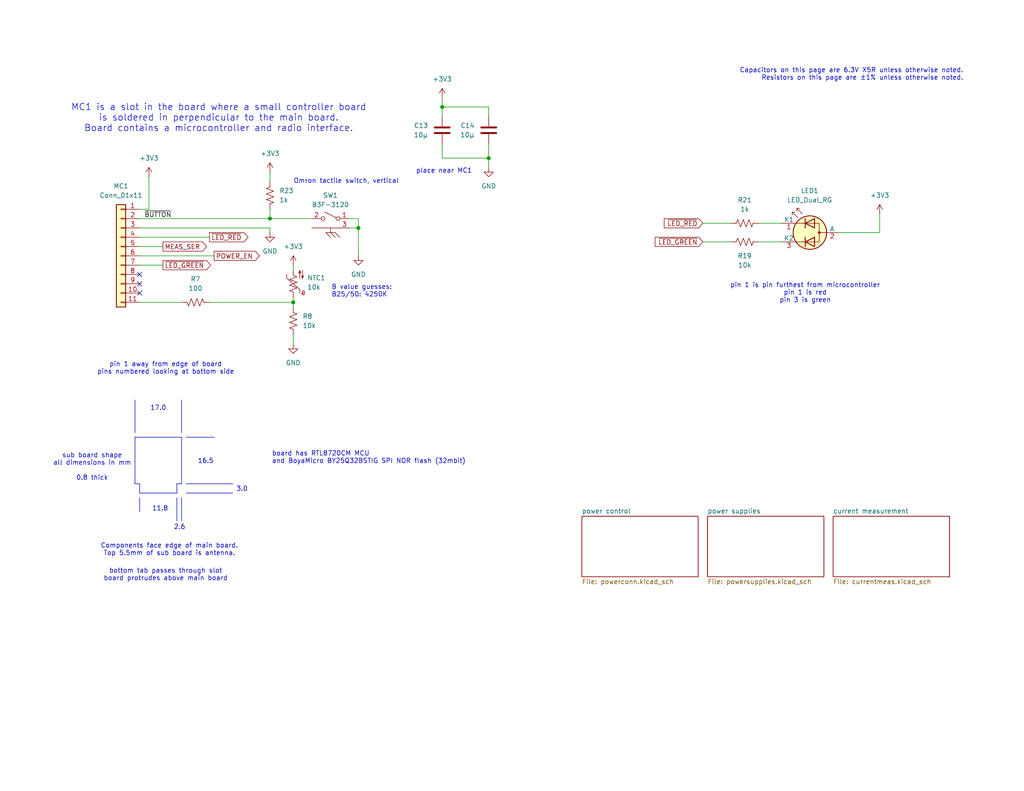
<source format=kicad_sch>
(kicad_sch (version 20250114) (generator "eeschema") (generator_version "9.0")
  (paper "USLetter")
  (title_block (title "sensing and controlling interface") (date "2025-08-17") (rev "a"))
  (lib_symbols
    (symbol "Connector_Generic:Conn_01x11" (pin_names (offset 1.016) (hide yes))
      (property "Reference" "J" (at 0 15.24 0))
      (property "Value" "Conn_01x11" (at 0 -15.24 0))
      (symbol "Conn_01x11_1_1"
        (rectangle (start -1.27 13.97) (end 1.27 -13.97) (stroke (width 0.254)) (fill (type background)))
        (rectangle (start -1.27 12.827) (end 0 12.573) (stroke (width 0.1524)))
        (rectangle (start -1.27 10.287) (end 0 10.033) (stroke (width 0.1524)))
        (rectangle (start -1.27 7.747) (end 0 7.493) (stroke (width 0.1524)))
        (rectangle (start -1.27 5.207) (end 0 4.953) (stroke (width 0.1524)))
        (rectangle (start -1.27 2.667) (end 0 2.413) (stroke (width 0.1524)))
        (rectangle (start -1.27 0.127) (end 0 -0.127) (stroke (width 0.1524)))
        (rectangle (start -1.27 -2.413) (end 0 -2.667) (stroke (width 0.1524)))
        (rectangle (start -1.27 -4.953) (end 0 -5.207) (stroke (width 0.1524)))
        (rectangle (start -1.27 -7.493) (end 0 -7.747) (stroke (width 0.1524)))
        (rectangle (start -1.27 -10.033) (end 0 -10.287) (stroke (width 0.1524)))
        (rectangle (start -1.27 -12.573) (end 0 -12.827) (stroke (width 0.1524)))
        (pin passive line (at -5.08 12.7 0) (length 3.81) (name "Pin_1") (number "1"))
        (pin passive line (at -5.08 10.16 0) (length 3.81) (name "Pin_2") (number "2"))
        (pin passive line (at -5.08 7.62 0) (length 3.81) (name "Pin_3") (number "3"))
        (pin passive line (at -5.08 5.08 0) (length 3.81) (name "Pin_4") (number "4"))
        (pin passive line (at -5.08 2.54 0) (length 3.81) (name "Pin_5") (number "5"))
        (pin passive line (at -5.08 0 0) (length 3.81) (name "Pin_6") (number "6"))
        (pin passive line (at -5.08 -2.54 0) (length 3.81) (name "Pin_7") (number "7"))
        (pin passive line (at -5.08 -5.08 0) (length 3.81) (name "Pin_8") (number "8"))
        (pin passive line (at -5.08 -7.62 0) (length 3.81) (name "Pin_9") (number "9"))
        (pin passive line (at -5.08 -10.16 0) (length 3.81) (name "Pin_10") (number "10"))
        (pin passive line (at -5.08 -12.7 0) (length 3.81) (name "Pin_11") (number "11"))
      )
    )
    (symbol "Device:C" (pin_numbers (hide yes)) (pin_names (offset 0.254))
      (property "Reference" "C" (at 0.635 2.54 0))
      (property "Value" "C" (at 0.635 -2.54 0))
      (symbol "C_0_1"
        (polyline (pts (xy -2.032 0.762) (xy 2.032 0.762)) (stroke (width 0.508)))
        (polyline (pts (xy -2.032 -0.762) (xy 2.032 -0.762)) (stroke (width 0.508)))
      )
      (symbol "C_1_1"
        (pin passive line (at 0 3.81 270) (length 2.794) (name "~") (number "1"))
        (pin passive line (at 0 -3.81 90) (length 2.794) (name "~") (number "2"))
      )
    )
    (symbol "Device:LED_Dual_KAK" (pin_names (offset 0))
      (property "Reference" "D" (at 0 5.715 0))
      (property "Value" "LED_Dual_KAK" (at 0 -6.35 0))
      (symbol "LED_Dual_KAK_0_1"
        (polyline (pts (xy -4.572 0) (xy -2.54 0)))
        (circle (center -2.54 0) (radius 0.2794) (fill (type outline)))
        (polyline (pts (xy -1.27 3.81) (xy -1.27 1.27) (xy 1.27 2.54) (xy -1.27 3.81)) (stroke (width 0.254)))
        (polyline (pts (xy -1.27 -1.27) (xy -1.27 -3.81) (xy 1.27 -2.54) (xy -1.27 -1.27)) (stroke (width 0.254)))
        (circle (center 0 0) (radius 4.572) (stroke (width 0.254)) (fill (type background)))
        (polyline (pts (xy 1.27 3.81) (xy 1.27 1.27)) (stroke (width 0.254)))
        (polyline (pts (xy 1.27 -1.27) (xy 1.27 -3.81)) (stroke (width 0.254)))
        (polyline (pts (xy 2.032 5.08) (xy 3.556 6.604) (xy 2.794 6.604) (xy 3.556 6.604) (xy 3.556 5.842)))
        (polyline (pts (xy 2.032 2.54) (xy -2.54 2.54) (xy -2.54 -2.54) (xy 2.032 -2.54)))
        (polyline (pts (xy 3.302 4.064) (xy 4.826 5.588) (xy 4.064 5.588) (xy 4.826 5.588) (xy 4.826 4.826)))
        (polyline (pts (xy 3.81 2.54) (xy 1.905 2.54)))
        (polyline (pts (xy 3.81 -2.54) (xy 1.905 -2.54)))
      )
      (symbol "LED_Dual_KAK_1_1"
        (pin input line (at -7.62 0 0) (length 3.048) (name "A") (number "2"))
        (pin input line (at 7.62 2.54 180) (length 3.81) (name "K1") (number "1"))
        (pin input line (at 7.62 -2.54 180) (length 3.81) (name "K2") (number "3"))
      )
    )
    (symbol "Device:R_US" (pin_numbers (hide yes)) (pin_names (offset 0))
      (property "Reference" "R" (at 2.54 0 90))
      (property "Value" "R_US" (at -2.54 0 90))
      (symbol "R_US_0_1"
        (polyline (pts (xy 0 2.286) (xy 0 2.54)))
        (polyline (pts (xy 0 2.286) (xy 1.016 1.905) (xy 0 1.524) (xy -1.016 1.143) (xy 0 0.762)))
        (polyline (pts (xy 0 0.762) (xy 1.016 0.381) (xy 0 0) (xy -1.016 -0.381) (xy 0 -0.762)))
        (polyline (pts (xy 0 -0.762) (xy 1.016 -1.143) (xy 0 -1.524) (xy -1.016 -1.905) (xy 0 -2.286)))
        (polyline (pts (xy 0 -2.286) (xy 0 -2.54)))
      )
      (symbol "R_US_1_1"
        (pin passive line (at 0 3.81 270) (length 1.27) (name "~") (number "1"))
        (pin passive line (at 0 -3.81 90) (length 1.27) (name "~") (number "2"))
      )
    )
    (symbol "Device:Thermistor_NTC_US" (pin_numbers (hide yes)) (pin_names (offset 0))
      (property "Reference" "TH" (at -4.445 0 90))
      (property "Value" "Thermistor_NTC_US" (at 3.175 0 90))
      (symbol "Thermistor_NTC_US_0_1"
        (arc (start -3.175 2.413) (mid -3.0506 2.3165) (end -3.048 2.159))
        (arc (start -3.048 2.794) (mid -2.9736 2.9736) (end -2.794 3.048))
        (arc (start -2.794 3.048) (mid -2.6144 2.9736) (end -2.54 2.794))
        (arc (start -2.794 2.54) (mid -2.9736 2.6144) (end -3.048 2.794))
        (arc (start -2.794 1.905) (mid -2.9736 1.9794) (end -3.048 2.159))
        (arc (start -2.54 2.159) (mid -2.6144 1.9794) (end -2.794 1.905))
        (arc (start -2.159 2.794) (mid -2.434 2.5608) (end -2.794 2.54))
        (polyline (pts (xy -2.54 2.159) (xy -2.54 2.794)))
        (polyline (pts (xy -2.54 -3.683) (xy -2.54 -1.397) (xy -2.794 -2.159) (xy -2.286 -2.159) (xy -2.54 -1.397) (xy -2.54 -1.651)) (fill (type outline)))
        (polyline (pts (xy -1.778 2.54) (xy -1.778 1.524) (xy 1.778 -1.524) (xy 1.778 -2.54)))
        (polyline (pts (xy -1.778 -1.397) (xy -1.778 -3.683) (xy -2.032 -2.921) (xy -1.524 -2.921) (xy -1.778 -3.683) (xy -1.778 -3.429)) (fill (type outline)))
        (polyline (pts (xy 0 2.286) (xy 0 2.54)))
        (polyline (pts (xy 0 2.286) (xy 1.016 1.905) (xy 0 1.524) (xy -1.016 1.143) (xy 0 0.762)))
        (polyline (pts (xy 0 0.762) (xy 1.016 0.381) (xy 0 0) (xy -1.016 -0.381) (xy 0 -0.762)))
        (polyline (pts (xy 0 -0.762) (xy 1.016 -1.143) (xy 0 -1.524) (xy -1.016 -1.905) (xy 0 -2.286)))
        (polyline (pts (xy 0 -2.286) (xy 0 -2.54)))
      )
      (symbol "Thermistor_NTC_US_1_1"
        (pin passive line (at 0 3.81 270) (length 1.27) (name "~") (number "1"))
        (pin passive line (at 0 -3.81 90) (length 1.27) (name "~") (number "2"))
      )
    )
    (symbol "designspecific:SW_SPST_Frame" (pin_names (offset 0) (hide yes))
      (property "Reference" "SW" (at 0 3.175 0))
      (property "Value" "SW_SPST_Frame" (at 0.508 -6.858 0))
      (symbol "SW_SPST_Frame_0_0"
        (circle (center -2.032 0) (radius 0.508))
        (polyline (pts (xy -1.524 0.254) (xy 1.524 1.778)))
        (circle (center 2.032 0) (radius 0.508))
      )
      (symbol "SW_SPST_Frame_0_1"
        (polyline (pts (xy -2.54 -2.54) (xy 5.08 -2.54) (xy 0 -2.54) (xy 0 -3.81) (xy -1.27 -3.81) (xy 1.27 -3.81) (xy -1.27 -3.81) (xy -2.54 -5.08)))
        (polyline (pts (xy 0 -3.81) (xy -1.27 -5.08)))
        (polyline (pts (xy 1.27 -3.81) (xy 0 -5.08)))
        (polyline (pts (xy 1.27 -3.81) (xy 1.27 -3.81)))
      )
      (symbol "SW_SPST_Frame_1_1"
        (pin passive line (at -5.08 0 0) (length 2.54) (name "A") (number "1"))
        (pin passive line (at -5.08 -2.54 0) (length 2.54) (name "") (number "3"))
        (pin passive line (at 5.08 0 180) (length 2.54) (name "B") (number "2"))
      )
    )
    (symbol "power:+3V3" (power) (pin_numbers (hide yes)) (pin_names (offset 0) (hide yes))
      (property "Value" "+3V3" (at 0 3.556 0))
      (symbol "+3V3_0_1"
        (polyline (pts (xy -0.762 1.27) (xy 0 2.54)))
        (polyline (pts (xy 0 2.54) (xy 0.762 1.27)))
        (polyline (pts (xy 0 0) (xy 0 2.54)))
      )
      (symbol "+3V3_1_1"
        (pin power_in line (at 0 0 90) (length 0) (name "~") (number "1"))
      )
    )
    (symbol "power:GND" (power) (pin_numbers (hide yes)) (pin_names (offset 0) (hide yes))
      (property "Value" "GND" (at 0 -3.81 0))
      (symbol "GND_0_1"
        (polyline (pts (xy 0 0) (xy 0 -1.27) (xy 1.27 -1.27) (xy 0 -2.54) (xy -1.27 -1.27) (xy 0 -1.27)))
      )
      (symbol "GND_1_1"
        (pin power_in line (at 0 0 270) (length 0) (name "~") (number "1"))
      )
    )
  )
  (text "2.6" (at 49.022 144.018 0) (effects (font (size 1.27 1.27))))
  (text "bottom tab passes through slot\nboard protrudes above main board" (at 45.212 156.972 0) (effects (font (size 1.27 1.27))))
  (text "11.8" (at 43.688 138.938 0) (effects (font (size 1.27 1.27))))
  (text "Omron tactile switch, vertical" (at 94.488 49.53 0) (effects (font (size 1.27 1.27))))
  (text "3.0" (at 66.04 133.604 0) (effects (font (size 1.27 1.27))))
  (text "16.5" (at 56.134 125.984 0) (effects (font (size 1.27 1.27))))
  (text "place near MC1" (at 121.158 46.736 0) (effects (font (size 1.27 1.27))))
  (text "B value guesses:\nB25/50: 4250K" (at 90.424 79.502 0) (effects (font (size 1.27 1.27)) (justify left)))
  (text "sub board shape\nall dimensions in mm\n\n0.8 thick" (at 25.146 127.508 0) (effects (font (size 1.27 1.27))))
  (text "pin 1 away from edge of board\npins numbered looking at bottom side" (at 45.212 100.584 0) (effects (font (size 1.27 1.27))))
  (text "17.0" (at 43.18 111.506 0) (effects (font (size 1.27 1.27))))
  (text "pin 1 is pin furthest from microcontroller\npin 1 is red\npin 3 is green\n" (at 219.71 80.01 0) (effects (font (size 1.27 1.27))))
  (text "MC1 is a slot in the board where a small controller board\nis soldered in perpendicular to the main board.\nBoard contains a microcontroller and radio interface." (at 59.69 32.258 0) (effects (font (size 1.778 1.778))))
  (text "board has RTL8720CM MCU\nand BoyaMicro BY25Q32BSTIG SPI NOR flash (32mbit)" (at 74.168 124.968 0) (effects (font (size 1.27 1.27)) (justify left)))
  (text "Capacitors on this page are 6.3V X5R unless otherwise noted.\nResistors on this page are ±1% unless otherwise noted." (at 262.89 20.32 0) (effects (font (size 1.27 1.27)) (justify right)))
  (text "Components face edge of main board.\nTop 5.5mm of sub board is antenna." (at 46.228 150.114 0) (effects (font (size 1.27 1.27))))
  (junction (at 97.79 62.23))
  (junction (at 73.66 59.69))
  (junction (at 133.35 43.18))
  (junction (at 80.01 82.55))
  (junction (at 120.65 29.21))
  (no_connect (at 38.1 77.47))
  (no_connect (at 38.1 80.01))
  (no_connect (at 38.1 74.93))
  (wire (pts (xy 38.1 72.39) (xy 44.45 72.39)))
  (wire (pts (xy 97.79 62.23) (xy 97.79 69.85)))
  (wire (pts (xy 120.65 29.21) (xy 133.35 29.21)))
  (polyline (pts (xy 48.26 132.08) (xy 49.53 132.08)))
  (polyline (pts (xy 36.83 119.38) (xy 36.83 132.08)))
  (wire (pts (xy 73.66 62.23) (xy 73.66 63.5)))
  (wire (pts (xy 38.1 64.77) (xy 57.15 64.77)))
  (polyline (pts (xy 48.26 134.62) (xy 48.26 132.08)))
  (polyline (pts (xy 50.8 132.08) (xy 63.5 132.08)))
  (polyline (pts (xy 49.53 135.89) (xy 49.53 142.24)))
  (polyline (pts (xy 36.83 119.38) (xy 49.53 119.38)))
  (wire (pts (xy 80.01 81.28) (xy 80.01 82.55)))
  (wire (pts (xy 120.65 26.67) (xy 120.65 29.21)))
  (wire (pts (xy 191.77 60.96) (xy 199.39 60.96)))
  (wire (pts (xy 95.25 62.23) (xy 97.79 62.23)))
  (polyline (pts (xy 48.26 135.89) (xy 48.26 142.24)))
  (wire (pts (xy 38.1 57.15) (xy 40.64 57.15)))
  (wire (pts (xy 228.6 63.5) (xy 240.03 63.5)))
  (wire (pts (xy 97.79 59.69) (xy 97.79 62.23)))
  (wire (pts (xy 207.01 66.04) (xy 213.36 66.04)))
  (wire (pts (xy 95.25 59.69) (xy 97.79 59.69)))
  (polyline (pts (xy 38.1 135.89) (xy 38.1 139.7)))
  (wire (pts (xy 80.01 72.39) (xy 80.01 73.66)))
  (wire (pts (xy 133.35 29.21) (xy 133.35 31.75)))
  (polyline (pts (xy 49.53 109.22) (xy 49.53 118.11)))
  (polyline (pts (xy 50.8 119.38) (xy 58.42 119.38)))
  (wire (pts (xy 133.35 39.37) (xy 133.35 43.18)))
  (polyline (pts (xy 50.8 134.62) (xy 63.5 134.62)))
  (wire (pts (xy 38.1 69.85) (xy 58.42 69.85)))
  (wire (pts (xy 40.64 48.26) (xy 40.64 57.15)))
  (wire (pts (xy 240.03 63.5) (xy 240.03 58.42)))
  (wire (pts (xy 80.01 91.44) (xy 80.01 93.98)))
  (wire (pts (xy 57.15 82.55) (xy 80.01 82.55)))
  (polyline (pts (xy 36.83 132.08) (xy 38.1 132.08)))
  (wire (pts (xy 38.1 62.23) (xy 73.66 62.23)))
  (wire (pts (xy 38.1 82.55) (xy 49.53 82.55)))
  (polyline (pts (xy 49.53 132.08) (xy 49.53 119.38)))
  (wire (pts (xy 120.65 29.21) (xy 120.65 31.75)))
  (wire (pts (xy 120.65 43.18) (xy 133.35 43.18)))
  (polyline (pts (xy 38.1 132.08) (xy 38.1 134.62)))
  (wire (pts (xy 73.66 46.99) (xy 73.66 49.53)))
  (wire (pts (xy 120.65 39.37) (xy 120.65 43.18)))
  (wire (pts (xy 133.35 43.18) (xy 133.35 45.72)))
  (wire (pts (xy 38.1 67.31) (xy 44.45 67.31)))
  (wire (pts (xy 73.66 59.69) (xy 73.66 57.15)))
  (wire (pts (xy 207.01 60.96) (xy 213.36 60.96)))
  (wire (pts (xy 191.77 66.04) (xy 199.39 66.04)))
  (wire (pts (xy 80.01 82.55) (xy 80.01 83.82)))
  (wire (pts (xy 73.66 59.69) (xy 85.09 59.69)))
  (polyline (pts (xy 36.83 109.22) (xy 36.83 118.11)))
  (wire (pts (xy 38.1 59.69) (xy 73.66 59.69)))
  (polyline (pts (xy 38.1 134.62) (xy 48.26 134.62)))
  (label "~{BUTTON}" (at 39.37 59.69 0))
  (global_label "~{LED_RED}" (shape output) (at 57.15 64.77 0) (property "Intersheetrefs" "${INTERSHEET_REFS}" (effects (hide yes))))
  (global_label "~{LED_GREEN}" (shape input) (at 191.77 66.04 180) (property "Intersheetrefs" "${INTERSHEET_REFS}" (effects (hide yes))))
  (global_label "MEAS_SER" (shape output) (at 44.45 67.31 0) (property "Intersheetrefs" "${INTERSHEET_REFS}" (effects (hide yes))))
  (global_label "~{LED_GREEN}" (shape output) (at 44.45 72.39 0) (property "Intersheetrefs" "${INTERSHEET_REFS}" (effects (hide yes))))
  (global_label "POWER_EN" (shape output) (at 58.42 69.85 0) (property "Intersheetrefs" "${INTERSHEET_REFS}" (effects (hide yes))))
  (global_label "~{LED_RED}" (shape input) (at 191.77 60.96 180) (property "Intersheetrefs" "${INTERSHEET_REFS}" (effects (hide yes))))
  (symbol (lib_id "Device:R_US") (at 80.01 87.63 180) (unit 1)
    (property "Reference" "R8" (at 82.55 86.3599 0) (effects (justify right)))
    (property "Value" "10k" (at 82.55 88.8999 0) (effects (justify right)))
    (property "Footprint" "Resistor_SMD:R_0402_1005Metric" (effects (hide yes)))
    (property "Description" "Resistor, US symbol" (effects (hide yes)))
  )
  (symbol (lib_id "Device:C") (at 133.35 35.56 0) (mirror x) (unit 1)
    (property "Reference" "C14" (at 129.54 34.2899 0) (effects (justify right)))
    (property "Value" "10µ" (at 129.54 36.8299 0) (effects (justify right)))
    (property "Footprint" "Capacitor_SMD:C_0402_1005Metric" (effects (hide yes)))
    (property "Description" "Unpolarized capacitor" (effects (hide yes)))
  )
  (symbol (lib_id "power:+3V3") (at 240.03 58.42 0) (unit 1)
    (property "Reference" "#PWR014" (effects (hide yes)))
    (property "Value" "+3V3" (at 240.03 53.34 0))
    (property "Description" "Power symbol creates a global label with name \"+3V3\"" (effects (hide yes)))
  )
  (symbol (lib_id "Device:R_US") (at 73.66 53.34 0) (mirror y) (unit 1)
    (property "Reference" "R23" (at 76.2 52.0699 0) (effects (justify right)))
    (property "Value" "1k" (at 76.2 54.6099 0) (effects (justify right)))
    (property "Footprint" "Resistor_SMD:R_0402_1005Metric" (effects (hide yes)))
    (property "Description" "Resistor, US symbol" (effects (hide yes)))
  )
  (symbol (lib_id "power:GND") (at 73.66 63.5 0) (unit 1)
    (property "Reference" "#PWR017" (effects (hide yes)))
    (property "Value" "GND" (at 73.66 68.58 0))
    (property "Description" "Power symbol creates a global label with name \"GND\" , ground" (effects (hide yes)))
  )
  (symbol (lib_id "Device:LED_Dual_KAK") (at 220.98 63.5 0) (mirror y) (unit 1)
    (property "Reference" "LED1" (at 220.9165 52.07 0))
    (property "Value" "LED_Dual_RG" (at 220.9165 54.61 0))
    (property "Footprint" "HF relays:LED_D3.0mm-3_Horiz" (effects (hide yes)))
    (property "Description" "Dual LED, common anode on pin 2" (effects (hide yes)))
  )
  (symbol (lib_id "Device:R_US") (at 203.2 60.96 90) (unit 1)
    (property "Reference" "R21" (at 203.2 54.61 90))
    (property "Value" "1k" (at 203.2 57.15 90))
    (property "Footprint" "Resistor_SMD:R_0402_1005Metric" (effects (hide yes)))
    (property "Description" "Resistor, US symbol" (effects (hide yes)))
  )
  (symbol (lib_id "Connector_Generic:Conn_01x11") (at 33.02 69.85 0) (mirror y) (unit 1)
    (property "Reference" "MC1" (at 33.02 50.8 0))
    (property "Value" "Conn_01x11" (at 33.02 53.34 0))
    (property "Footprint" "HF relays:BoardToBoardInterface_11xP1.00mm" (effects (hide yes)))
    (property "Description" "Generic connector, single row, 01x11, script generated (kicad-library-utils/schlib/autogen/connector/)" (effects (hide yes)))
  )
  (symbol (lib_id "Device:C") (at 120.65 35.56 0) (mirror x) (unit 1)
    (property "Reference" "C13" (at 116.84 34.2899 0) (effects (justify right)))
    (property "Value" "10µ" (at 116.84 36.8299 0) (effects (justify right)))
    (property "Footprint" "Capacitor_SMD:C_0402_1005Metric" (effects (hide yes)))
    (property "Description" "Unpolarized capacitor" (effects (hide yes)))
  )
  (symbol (lib_id "Device:R_US") (at 53.34 82.55 90) (mirror x) (unit 1)
    (property "Reference" "R7" (at 53.34 76.2 90))
    (property "Value" "100" (at 53.34 78.74 90))
    (property "Footprint" "Resistor_SMD:R_0402_1005Metric" (effects (hide yes)))
    (property "Description" "Resistor, US symbol" (effects (hide yes)))
  )
  (symbol (lib_id "power:+3V3") (at 73.66 46.99 0) (mirror y) (unit 1)
    (property "Reference" "#PWR025" (effects (hide yes)))
    (property "Value" "+3V3" (at 73.66 41.91 0))
    (property "Description" "Power symbol creates a global label with name \"+3V3\"" (effects (hide yes)))
  )
  (symbol (lib_id "designspecific:SW_SPST_Frame") (at 90.17 59.69 0) (mirror y) (unit 1)
    (property "Reference" "SW1" (at 90.17 53.34 0))
    (property "Value" "B3F-3120" (at 90.17 55.88 0))
    (property "Footprint" "HF relays:SW_SPST_Omron_B3F-315x_Angled" (effects (hide yes)))
    (property "Description" "Single Pole Single Throw (SPST) switch" (effects (hide yes)))
  )
  (symbol (lib_id "power:GND") (at 97.79 69.85 0) (unit 1)
    (property "Reference" "#PWR03" (effects (hide yes)))
    (property "Value" "GND" (at 97.79 74.93 0))
    (property "Description" "Power symbol creates a global label with name \"GND\" , ground" (effects (hide yes)))
  )
  (symbol (lib_id "power:GND") (at 80.01 93.98 0) (unit 1)
    (property "Reference" "#PWR018" (effects (hide yes)))
    (property "Value" "GND" (at 80.01 99.06 0))
    (property "Description" "Power symbol creates a global label with name \"GND\" , ground" (effects (hide yes)))
  )
  (symbol (lib_id "Device:Thermistor_NTC_US") (at 80.01 77.47 180) (unit 1)
    (property "Reference" "NTC1" (at 83.82 75.8824 0) (effects (justify right)))
    (property "Value" "10k" (at 83.82 78.4224 0) (effects (justify right)))
    (property "Footprint" "Resistor_SMD:R_0402_1005Metric" (effects (hide yes)))
    (property "Description" "Temperature dependent resistor, negative temperature coefficient, US symbol" (effects (hide yes)))
  )
  (symbol (lib_id "power:+3V3") (at 80.01 72.39 0) (unit 1)
    (property "Reference" "#PWR016" (effects (hide yes)))
    (property "Value" "+3V3" (at 80.01 67.31 0))
    (property "Description" "Power symbol creates a global label with name \"+3V3\"" (effects (hide yes)))
  )
  (symbol (lib_id "power:GND") (at 133.35 45.72 0) (unit 1)
    (property "Reference" "#PWR020" (effects (hide yes)))
    (property "Value" "GND" (at 133.35 50.8 0))
    (property "Description" "Power symbol creates a global label with name \"GND\" , ground" (effects (hide yes)))
  )
  (symbol (lib_id "power:+3V3") (at 40.64 48.26 0) (mirror y) (unit 1)
    (property "Reference" "#PWR024" (effects (hide yes)))
    (property "Value" "+3V3" (at 40.64 43.18 0))
    (property "Description" "Power symbol creates a global label with name \"+3V3\"" (effects (hide yes)))
  )
  (symbol (lib_id "power:+3V3") (at 120.65 26.67 0) (mirror y) (unit 1)
    (property "Reference" "#PWR015" (effects (hide yes)))
    (property "Value" "+3V3" (at 120.65 21.59 0))
    (property "Description" "Power symbol creates a global label with name \"+3V3\"" (effects (hide yes)))
  )
  (symbol (lib_id "Device:R_US") (at 203.2 66.04 90) (unit 1)
    (property "Reference" "R19" (at 203.2 69.85 90))
    (property "Value" "10k" (at 203.2 72.39 90))
    (property "Footprint" "Resistor_SMD:R_0402_1005Metric" (effects (hide yes)))
    (property "Description" "Resistor, US symbol" (effects (hide yes)))
  )
  (sheet (at 158.75 140.97) (size 31.75 16.51) (stroke (width 0.1524))
    (property "Sheetname" "power control" (at 158.75 140.2584 0) (effects (justify left bottom)))
    (property "Sheetfile" "powerconn.kicad_sch" (at 158.75 158.0646 0) (effects (justify left top)))
  )
  (sheet (at 227.33 140.97) (size 31.75 16.51) (stroke (width 0.1524))
    (property "Sheetname" "current measurement" (at 227.33 140.2584 0) (effects (justify left bottom)))
    (property "Sheetfile" "currentmeas.kicad_sch" (at 227.33 158.0646 0) (effects (justify left top)))
  )
  (sheet (at 193.04 140.97) (size 31.75 16.51) (stroke (width 0.1524))
    (property "Sheetname" "power supplies" (at 193.04 140.2584 0) (effects (justify left bottom)))
    (property "Sheetfile" "powersupplies.kicad_sch" (at 193.04 158.0646 0) (effects (justify left top)))
  )
)
</source>
